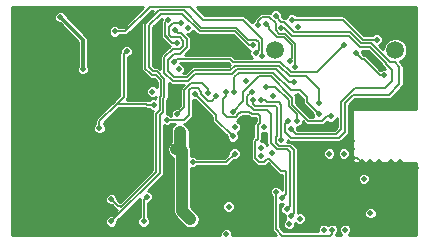
<source format=gbr>
G04 #@! TF.FileFunction,Copper,L4,Bot,Signal*
%FSLAX46Y46*%
G04 Gerber Fmt 4.6, Leading zero omitted, Abs format (unit mm)*
G04 Created by KiCad (PCBNEW 4.0.2-stable) date 2016-06-02 00:43:14*
%MOMM*%
G01*
G04 APERTURE LIST*
%ADD10C,0.100000*%
%ADD11C,1.500000*%
%ADD12C,1.250000*%
%ADD13C,1.550000*%
%ADD14C,0.400000*%
%ADD15C,0.500000*%
%ADD16C,0.150000*%
%ADD17C,0.300000*%
%ADD18C,1.000000*%
%ADD19C,0.254000*%
G04 APERTURE END LIST*
D10*
D11*
X72850000Y-44000000D03*
X62650000Y-44000000D03*
D12*
X45062540Y-52499100D03*
X45062540Y-57499100D03*
D13*
X42362540Y-51499100D03*
X42362540Y-58499100D03*
D14*
X53750000Y-56950000D03*
X53750000Y-55550000D03*
X53750000Y-56250000D03*
D15*
X40900000Y-50000000D03*
X41700000Y-50000000D03*
X42500000Y-50000000D03*
X43400000Y-50000000D03*
X69700000Y-58800000D03*
X70300000Y-59300000D03*
X71100000Y-59400000D03*
X72100000Y-59300000D03*
X73000000Y-59300000D03*
X73900000Y-45000000D03*
X73800000Y-42900000D03*
X72900000Y-42600000D03*
X73700000Y-42100000D03*
X72800000Y-41700000D03*
X72100000Y-40700000D03*
X73000000Y-40700000D03*
X73900000Y-40700000D03*
X74500000Y-41400000D03*
X74500000Y-42200000D03*
X74500000Y-43000000D03*
X74500000Y-43800000D03*
X74500000Y-44600000D03*
X74500000Y-45400000D03*
X74400000Y-46300000D03*
X74100000Y-47100000D03*
X45200000Y-40600000D03*
X46100000Y-40600000D03*
X47200000Y-40600000D03*
X48100000Y-40600000D03*
X49100000Y-40600000D03*
X40600000Y-41600000D03*
X40600000Y-40800000D03*
X69100000Y-50300000D03*
X49800000Y-51500000D03*
X67800000Y-50400000D03*
X67100000Y-50300000D03*
X65200000Y-50400000D03*
X58612500Y-43487500D03*
X56887500Y-45212500D03*
X56887500Y-43487500D03*
X58612500Y-45212500D03*
X62184241Y-53894559D03*
X63300000Y-58100000D03*
X65700000Y-49500000D03*
X64600000Y-47900000D03*
X69300000Y-53100000D03*
X69200000Y-52400000D03*
X69145982Y-51693432D03*
X71000000Y-42250000D03*
X70250000Y-44250000D03*
X58750000Y-55250000D03*
X58750000Y-56250000D03*
X58500000Y-58250000D03*
X58250000Y-59000000D03*
X48750000Y-57500000D03*
X46000000Y-56500000D03*
X44000000Y-56250000D03*
X47050010Y-54750000D03*
X47000000Y-54000000D03*
X60500000Y-54000000D03*
X61750000Y-51250000D03*
X60500000Y-51500000D03*
X57500000Y-52500000D03*
X56750000Y-52500000D03*
X56000000Y-52500000D03*
X55750000Y-50250000D03*
X56500000Y-50250000D03*
X57250000Y-50250000D03*
X53750000Y-48250000D03*
X52275002Y-46750000D03*
X52500000Y-45250000D03*
X50750000Y-40500000D03*
X50000000Y-41000000D03*
X51500000Y-46199998D03*
X50751910Y-45994029D03*
X52100000Y-49600000D03*
X47032844Y-48782844D03*
X46500000Y-50000000D03*
X44500000Y-49500000D03*
X43250000Y-47000000D03*
X42250000Y-41000000D03*
X66162500Y-55162500D03*
X66162500Y-56837500D03*
X67837500Y-56837500D03*
X67837500Y-55162500D03*
X69100000Y-51000000D03*
X69100000Y-49500000D03*
X69500000Y-48750000D03*
X70250000Y-48750000D03*
X71000000Y-48750000D03*
X71750000Y-48750000D03*
X72500000Y-48750000D03*
X73250000Y-48750000D03*
X73250000Y-48000000D03*
X73750000Y-59500000D03*
X74500000Y-59250000D03*
X74500000Y-58500000D03*
X74500000Y-57750000D03*
X74500000Y-57000000D03*
X74500000Y-56250000D03*
X74500000Y-55500000D03*
X74571749Y-53999451D03*
X74250000Y-54750000D03*
X73750000Y-55250000D03*
X73000000Y-55500000D03*
X73000000Y-56250000D03*
X73000000Y-57000000D03*
X73000000Y-57750000D03*
X72250000Y-57750000D03*
X71500000Y-57750000D03*
X70750000Y-53500000D03*
X70000000Y-53500000D03*
X70500000Y-54000000D03*
X71250000Y-54000000D03*
X71500000Y-53500000D03*
X72500000Y-53500000D03*
X72000000Y-54000000D03*
X72750000Y-54000000D03*
X73250000Y-53500000D03*
X55200000Y-57800000D03*
X51800000Y-56400000D03*
X51550010Y-58500000D03*
X54600000Y-50900000D03*
X54300000Y-52400000D03*
X55500000Y-58300000D03*
X60200000Y-46600000D03*
X54500000Y-45600000D03*
X55300000Y-42100000D03*
X62400000Y-52700000D03*
X62500000Y-47900000D03*
X70200000Y-54900000D03*
X64750000Y-58250000D03*
X64600000Y-42000000D03*
X58750000Y-57250000D03*
X58540690Y-59581380D03*
X61500000Y-52974998D03*
X61500000Y-52250000D03*
X61750000Y-50500000D03*
X59250000Y-50500000D03*
X52262985Y-47497308D03*
X66800000Y-59200000D03*
X68600000Y-59200000D03*
X70750000Y-57800002D03*
X67250000Y-52750000D03*
X68500000Y-52750000D03*
X59250000Y-52750000D03*
X55700010Y-53465000D03*
X46400000Y-45600000D03*
X44500000Y-41200000D03*
X53600000Y-41400000D03*
X54410883Y-43410883D03*
X54200000Y-42300000D03*
X66374999Y-48483187D03*
X63200000Y-42100000D03*
X64024990Y-50700000D03*
X62737384Y-41065618D03*
X63800000Y-50000000D03*
X61473867Y-48212870D03*
X64400000Y-45400000D03*
X61200000Y-41900000D03*
X63200011Y-51600000D03*
X62750000Y-56000000D03*
X67500000Y-59200000D03*
X59100000Y-49200000D03*
X67400000Y-49600000D03*
X50100000Y-44074998D03*
X47800000Y-50600000D03*
X52400000Y-48600000D03*
X54400000Y-49400000D03*
X56975010Y-47600000D03*
X53500000Y-49900000D03*
X57700000Y-47900000D03*
X59200000Y-47500000D03*
X66392710Y-49406075D03*
X63861901Y-58726887D03*
X48800000Y-56600000D03*
X61024995Y-44209819D03*
X48800000Y-58500000D03*
X60800000Y-43600000D03*
X64100000Y-41400000D03*
X71300000Y-43100000D03*
X69500000Y-44200000D03*
X71900000Y-46100000D03*
X54700000Y-41700000D03*
X64300000Y-46700000D03*
X68500000Y-43600000D03*
X54100000Y-45000000D03*
X55900000Y-47700000D03*
X59100000Y-51300000D03*
X58500000Y-47500000D03*
X63300000Y-56500000D03*
X60700000Y-47500000D03*
X63650002Y-57450704D03*
X60800000Y-48200000D03*
X64000000Y-58000000D03*
X49100000Y-42400000D03*
X61606630Y-44499995D03*
X63900000Y-44900000D03*
X61900000Y-41800000D03*
X61900000Y-47100000D03*
X64500000Y-50000000D03*
D16*
X41700000Y-50000000D02*
X40900000Y-50000000D01*
X43400000Y-50000000D02*
X42500000Y-50000000D01*
X71100000Y-59400000D02*
X70400000Y-59400000D01*
X70400000Y-59400000D02*
X70300000Y-59300000D01*
X73000000Y-59300000D02*
X72100000Y-59300000D01*
X74000000Y-42900000D02*
X74000000Y-44900000D01*
X74000000Y-44900000D02*
X73900000Y-45000000D01*
X73700000Y-42100000D02*
X73400000Y-42100000D01*
X73400000Y-42100000D02*
X72900000Y-42600000D01*
X72100000Y-40700000D02*
X72100000Y-41000000D01*
X72100000Y-41000000D02*
X72800000Y-41700000D01*
X73900000Y-40700000D02*
X73000000Y-40700000D01*
X74500000Y-42200000D02*
X74500000Y-41400000D01*
X74500000Y-43800000D02*
X74500000Y-43000000D01*
X74500000Y-45400000D02*
X74500000Y-44600000D01*
X74100000Y-47100000D02*
X74100000Y-46600000D01*
X74100000Y-46600000D02*
X74400000Y-46300000D01*
X47200000Y-40600000D02*
X46100000Y-40600000D01*
X49100000Y-40600000D02*
X48100000Y-40600000D01*
X40600000Y-40800000D02*
X40600000Y-41600000D01*
X69100000Y-50300000D02*
X69100000Y-51000000D01*
X69100000Y-49150000D02*
X69100000Y-49500000D01*
X69500000Y-48750000D02*
X69100000Y-49150000D01*
X69300000Y-53100000D02*
X69600000Y-53100000D01*
X69600000Y-53100000D02*
X70000000Y-53500000D01*
X69145982Y-51693432D02*
X69145982Y-52345982D01*
X69145982Y-52345982D02*
X69200000Y-52400000D01*
D17*
X56750000Y-52500000D02*
X57500000Y-52500000D01*
X55750000Y-50250000D02*
X55750000Y-52250000D01*
X55750000Y-52250000D02*
X56000000Y-52500000D01*
X57250000Y-50250000D02*
X56500000Y-50250000D01*
X71000000Y-48750000D02*
X70250000Y-48750000D01*
X72500000Y-48750000D02*
X71750000Y-48750000D01*
X73250000Y-48000000D02*
X73250000Y-48750000D01*
X74500000Y-59250000D02*
X74000000Y-59250000D01*
X74000000Y-59250000D02*
X73750000Y-59500000D01*
X74500000Y-57750000D02*
X74500000Y-58500000D01*
X74500000Y-56250000D02*
X74500000Y-57000000D01*
X74571749Y-53999451D02*
X74571749Y-55428251D01*
X74571749Y-55428251D02*
X74500000Y-55500000D01*
X73750000Y-55250000D02*
X74250000Y-54750000D01*
X73000000Y-56250000D02*
X73000000Y-55500000D01*
X73000000Y-57750000D02*
X73000000Y-57000000D01*
X71500000Y-57750000D02*
X72250000Y-57750000D01*
X70500000Y-54000000D02*
X70000000Y-53500000D01*
X71500000Y-53500000D02*
X71500000Y-53750000D01*
X71500000Y-53750000D02*
X71250000Y-54000000D01*
X72000000Y-54000000D02*
X72500000Y-53500000D01*
X73250000Y-53500000D02*
X72750000Y-54000000D01*
D18*
X54800000Y-57600000D02*
X55200000Y-58000000D01*
X55200000Y-58000000D02*
X55500000Y-58300000D01*
D16*
X51550010Y-58500000D02*
X51550010Y-56649990D01*
X51550010Y-56649990D02*
X51800000Y-56400000D01*
D18*
X54653553Y-52400000D02*
X54653553Y-50953553D01*
X54653553Y-50953553D02*
X54600000Y-50900000D01*
X54800000Y-52546447D02*
X54800000Y-57600000D01*
X54300000Y-52400000D02*
X54653553Y-52400000D01*
X54653553Y-52400000D02*
X54800000Y-52546447D01*
D16*
X55700010Y-53465000D02*
X58535000Y-53465000D01*
X58535000Y-53465000D02*
X59250000Y-52750000D01*
D17*
X44500000Y-41200000D02*
X46400000Y-43100000D01*
X46400000Y-43100000D02*
X46400000Y-45600000D01*
D16*
X53600000Y-41400000D02*
X53350001Y-41649999D01*
X53350001Y-41649999D02*
X53350001Y-42774279D01*
X53350001Y-42774279D02*
X53986605Y-43410883D01*
X53399990Y-42824268D02*
X53986605Y-43410883D01*
X53986605Y-43410883D02*
X54410883Y-43410883D01*
X65300010Y-46200010D02*
X66374999Y-47274999D01*
X66374999Y-47274999D02*
X66374999Y-47325001D01*
X59300000Y-45300000D02*
X63000000Y-45300000D01*
X54200000Y-42300000D02*
X54449999Y-42549999D01*
X54449999Y-42549999D02*
X54677279Y-42549999D01*
X54096998Y-44300000D02*
X53600010Y-44796988D01*
X55200000Y-43749046D02*
X54649046Y-44300000D01*
X54677279Y-42549999D02*
X55200000Y-43072720D01*
X55200000Y-43072720D02*
X55200000Y-43749046D01*
X54649046Y-44300000D02*
X54096998Y-44300000D01*
X55775721Y-45700001D02*
X58900000Y-45700000D01*
X53600010Y-44796988D02*
X53600010Y-45775732D01*
X53600010Y-45775732D02*
X54124278Y-46300000D01*
X54124278Y-46300000D02*
X55175722Y-46300000D01*
X63000000Y-45300000D02*
X63900010Y-46200010D01*
X55175722Y-46300000D02*
X55775721Y-45700001D01*
X58900000Y-45700000D02*
X59300000Y-45300000D01*
X63900010Y-46200010D02*
X65300010Y-46200010D01*
X66374999Y-47325001D02*
X66374999Y-48483187D01*
X63200000Y-42100000D02*
X63472720Y-42100000D01*
X63472720Y-42100000D02*
X64147730Y-42775010D01*
X64147730Y-42775010D02*
X68926455Y-42775011D01*
X68926455Y-42775011D02*
X69851444Y-43700000D01*
X69851444Y-43700000D02*
X70682720Y-43700000D01*
X70682720Y-43700000D02*
X72091360Y-45108640D01*
X72091360Y-45108640D02*
X72091360Y-45191360D01*
X72091360Y-45191360D02*
X72600000Y-45700000D01*
X72600000Y-45700000D02*
X72600000Y-46600000D01*
X72000000Y-47200000D02*
X69475722Y-47200000D01*
X72600000Y-46600000D02*
X72000000Y-47200000D01*
X69475722Y-47200000D02*
X68275001Y-48400721D01*
X68275001Y-48400721D02*
X68275001Y-48500000D01*
X68275001Y-48500000D02*
X68275001Y-50628001D01*
X67803002Y-51100000D02*
X64424990Y-51100000D01*
X64424990Y-51100000D02*
X64024990Y-50700000D01*
X68275001Y-50628001D02*
X67803002Y-51100000D01*
X72400000Y-45000000D02*
X72800000Y-45000000D01*
X72381999Y-44975001D02*
X72381999Y-44981999D01*
X62737384Y-41065618D02*
X63196998Y-41600000D01*
X63396998Y-41600000D02*
X64271999Y-42475001D01*
X63196998Y-41600000D02*
X63396998Y-41600000D01*
X64271999Y-42475001D02*
X69050723Y-42475001D01*
X63549989Y-50949989D02*
X63549989Y-50250011D01*
X69050723Y-42475001D02*
X69975722Y-43400000D01*
X69975722Y-43400000D02*
X70806998Y-43400000D01*
X68600000Y-50900000D02*
X68100000Y-51400000D01*
X70806998Y-43400000D02*
X72381999Y-44975001D01*
X72381999Y-44981999D02*
X72400000Y-45000000D01*
X69300000Y-47800000D02*
X68600000Y-48500000D01*
X72800000Y-45000000D02*
X73200000Y-45400000D01*
X73200000Y-45400000D02*
X73200000Y-46900000D01*
X73200000Y-46900000D02*
X72300000Y-47800000D01*
X72300000Y-47800000D02*
X69300000Y-47800000D01*
X68600000Y-48500000D02*
X68600000Y-50900000D01*
X68100000Y-51400000D02*
X64000000Y-51400000D01*
X64000000Y-51400000D02*
X63549989Y-50949989D01*
X63549989Y-50250011D02*
X63800000Y-50000000D01*
X63200011Y-51600000D02*
X63200011Y-48600011D01*
X63200011Y-48600011D02*
X63000000Y-48400000D01*
X63000000Y-48400000D02*
X62000000Y-48400000D01*
X62000000Y-48400000D02*
X61800000Y-48200000D01*
X61800000Y-48200000D02*
X61787130Y-48212870D01*
X61787130Y-48212870D02*
X61473867Y-48212870D01*
X62724999Y-41724999D02*
X62724999Y-42328001D01*
X62724999Y-42328001D02*
X62996998Y-42600000D01*
X62996998Y-42600000D02*
X63548442Y-42600000D01*
X63548442Y-42600000D02*
X64400000Y-43451558D01*
X64400000Y-43451558D02*
X64400000Y-45400000D01*
X62200000Y-41200000D02*
X62724999Y-41724999D01*
X61546447Y-41200000D02*
X62200000Y-41200000D01*
X61200000Y-41900000D02*
X61200000Y-41546447D01*
X61200000Y-41546447D02*
X61546447Y-41200000D01*
X63300000Y-59700000D02*
X62750000Y-59150000D01*
X62750000Y-59150000D02*
X62750000Y-56750000D01*
X67353553Y-59700000D02*
X63300000Y-59700000D01*
X67500000Y-59200000D02*
X67500000Y-59553553D01*
X67500000Y-59553553D02*
X67353553Y-59700000D01*
X62750000Y-56000000D02*
X62750000Y-56750000D01*
X59100000Y-49200000D02*
X59996998Y-48303002D01*
X59996998Y-48303002D02*
X59996998Y-47500000D01*
X67046447Y-49600000D02*
X67400000Y-49600000D01*
X59996998Y-47500000D02*
X60700000Y-46796998D01*
X60700000Y-46796998D02*
X60703002Y-46796998D01*
X66671446Y-49975001D02*
X67046447Y-49600000D01*
X60703002Y-46796998D02*
X61300000Y-46200000D01*
X64124999Y-48628001D02*
X65471999Y-49975001D01*
X61300000Y-46200000D02*
X62300000Y-46200000D01*
X62300000Y-46200000D02*
X64124999Y-48024999D01*
X64124999Y-48024999D02*
X64124999Y-48628001D01*
X65471999Y-49975001D02*
X66671446Y-49975001D01*
X50100000Y-44074998D02*
X49850001Y-44324997D01*
X49850001Y-44324997D02*
X49850001Y-47949999D01*
X49850001Y-47949999D02*
X49275001Y-48524999D01*
X55000000Y-47375722D02*
X55575722Y-46800000D01*
X55575722Y-46800000D02*
X56528563Y-46800000D01*
X49275001Y-48524999D02*
X47800000Y-50000000D01*
X47800000Y-50000000D02*
X47800000Y-50600000D01*
X52400000Y-48600000D02*
X51803002Y-48600000D01*
X51803002Y-48600000D02*
X51728001Y-48524999D01*
X51728001Y-48524999D02*
X49275001Y-48524999D01*
X55000000Y-47375722D02*
X55000000Y-48800000D01*
X55000000Y-48800000D02*
X54400000Y-49400000D01*
X56975010Y-47600000D02*
X56975010Y-47246447D01*
X56975010Y-47246447D02*
X56528563Y-46800000D01*
X55575001Y-47224999D02*
X55400000Y-47400000D01*
X55000000Y-49900000D02*
X55400000Y-49500000D01*
X55400000Y-49500000D02*
X55400000Y-47400000D01*
X53500000Y-49900000D02*
X55000000Y-49900000D01*
X56400000Y-47500000D02*
X56124999Y-47224999D01*
X56124999Y-47224999D02*
X55575001Y-47224999D01*
X56400000Y-47727992D02*
X56400000Y-47500000D01*
X57300000Y-48300000D02*
X56972008Y-48300000D01*
X56972008Y-48300000D02*
X56400000Y-47727992D01*
X57700000Y-47900000D02*
X57300000Y-48300000D01*
X59200000Y-47500000D02*
X59200000Y-46300000D01*
X59200000Y-46300000D02*
X59600000Y-45900000D01*
X59600000Y-45900000D02*
X62500000Y-45900000D01*
X62500000Y-45900000D02*
X64000000Y-47400000D01*
X64000000Y-47400000D02*
X64800000Y-47400000D01*
X65361636Y-47961636D02*
X65361636Y-48375001D01*
X64800000Y-47400000D02*
X65361636Y-47961636D01*
X65361636Y-48375001D02*
X66392710Y-49406075D01*
X49600000Y-57200000D02*
X49400000Y-57200000D01*
X49400000Y-57200000D02*
X48800000Y-56600000D01*
X49637861Y-57237861D02*
X49600000Y-57200000D01*
X51137861Y-55737861D02*
X49637861Y-57237861D01*
X52600000Y-54275722D02*
X51137861Y-55737861D01*
X52600000Y-53600000D02*
X52600000Y-54275722D01*
X52600000Y-49375722D02*
X52600000Y-53600000D01*
X52900000Y-49075722D02*
X52600000Y-49375722D01*
X52900000Y-47972720D02*
X52900000Y-49075722D01*
X52999990Y-47800000D02*
X52999990Y-47872730D01*
X52999990Y-47872730D02*
X52900000Y-47972720D01*
X52999990Y-46524268D02*
X52999990Y-47800000D01*
X52575732Y-46100010D02*
X52999990Y-46524268D01*
X52222730Y-46100010D02*
X52575732Y-46100010D01*
X52046989Y-45924269D02*
X52222730Y-46100010D01*
X51699990Y-45399990D02*
X51699991Y-45577271D01*
X51699991Y-45577271D02*
X52046989Y-45924269D01*
X51699990Y-41775732D02*
X51699990Y-45399990D01*
X52850732Y-40624990D02*
X51699990Y-41775732D01*
X54952269Y-40624989D02*
X52850732Y-40624990D01*
X56427270Y-42099990D02*
X54952269Y-40624989D01*
X59370715Y-42099990D02*
X56427270Y-42099990D01*
X60400000Y-43100000D02*
X60370725Y-43100000D01*
X60370725Y-43100000D02*
X59370715Y-42099990D01*
X61100000Y-43100000D02*
X60400000Y-43100000D01*
X61275001Y-43275001D02*
X61100000Y-43100000D01*
X61024995Y-44209819D02*
X61275001Y-43959813D01*
X61275001Y-43959813D02*
X61275001Y-43275001D01*
X60800000Y-43600000D02*
X60446447Y-43600000D01*
X52900000Y-54400000D02*
X48800000Y-58500000D01*
X60446447Y-43600000D02*
X59246447Y-42400000D01*
X56303002Y-42400000D02*
X54828001Y-40924999D01*
X52000000Y-41900000D02*
X52000000Y-45453002D01*
X59246447Y-42400000D02*
X56303002Y-42400000D01*
X54828001Y-40924999D02*
X52975001Y-40924999D01*
X52975001Y-40924999D02*
X52000000Y-41900000D01*
X52000000Y-45453002D02*
X52346998Y-45800000D01*
X52346998Y-45800000D02*
X52700000Y-45800000D01*
X52700000Y-45800000D02*
X53300000Y-46400000D01*
X53300000Y-46400000D02*
X53300000Y-47996998D01*
X53300000Y-47996998D02*
X53200000Y-48096998D01*
X53200000Y-48096998D02*
X53200000Y-49200000D01*
X53200000Y-49200000D02*
X52900000Y-49500000D01*
X52900000Y-49500000D02*
X52900000Y-54400000D01*
X68400000Y-41400000D02*
X70100000Y-43100000D01*
X71300000Y-43100000D02*
X70100000Y-43100000D01*
X64800000Y-41400000D02*
X68400000Y-41400000D01*
X64100000Y-41400000D02*
X64800000Y-41400000D01*
X64800000Y-41400000D02*
X64603002Y-41400000D01*
X71900000Y-46100000D02*
X71546447Y-46100000D01*
X70025001Y-44725001D02*
X69749999Y-44449999D01*
X71546447Y-46100000D02*
X70171448Y-44725001D01*
X70171448Y-44725001D02*
X70025001Y-44725001D01*
X69749999Y-44449999D02*
X69500000Y-44200000D01*
X53300000Y-44600000D02*
X54000000Y-43900000D01*
X64300000Y-46700000D02*
X63853553Y-46700000D01*
X54000000Y-43900000D02*
X54624768Y-43900000D01*
X63853553Y-46700000D02*
X62753553Y-45600000D01*
X59424278Y-45600000D02*
X59024268Y-46000010D01*
X62753553Y-45600000D02*
X59424278Y-45600000D01*
X54900000Y-43624768D02*
X54900000Y-43196998D01*
X59024268Y-46000010D02*
X55899990Y-46000010D01*
X55899990Y-46000010D02*
X55300000Y-46600000D01*
X53900000Y-42900000D02*
X53700000Y-42700000D01*
X54000000Y-46600000D02*
X53300000Y-45900000D01*
X54900000Y-43196998D02*
X54603002Y-42900000D01*
X55300000Y-46600000D02*
X54000000Y-46600000D01*
X53300000Y-45900000D02*
X53300000Y-44600000D01*
X54624768Y-43900000D02*
X54900000Y-43624768D01*
X54603002Y-42900000D02*
X53900000Y-42900000D01*
X53700000Y-42700000D02*
X53700000Y-42000000D01*
X53700000Y-42000000D02*
X54000000Y-41700000D01*
X54000000Y-41700000D02*
X54700000Y-41700000D01*
X68500000Y-43600000D02*
X66224999Y-45875001D01*
X66224999Y-45875001D02*
X64018001Y-45875001D01*
X64018001Y-45875001D02*
X63118001Y-44975001D01*
X63118001Y-44975001D02*
X59078003Y-44975001D01*
X59078003Y-44975001D02*
X58840501Y-44737499D01*
X58840501Y-44737499D02*
X54362501Y-44737499D01*
X54362501Y-44737499D02*
X54349999Y-44750001D01*
X54349999Y-44750001D02*
X54100000Y-45000000D01*
X57700000Y-49900000D02*
X57700000Y-49500000D01*
X57700000Y-49500000D02*
X55900000Y-47700000D01*
X59100000Y-51300000D02*
X57700000Y-49900000D01*
X60700000Y-49400000D02*
X60500000Y-49200000D01*
X60975001Y-53153001D02*
X60975001Y-51700000D01*
X61200000Y-50346998D02*
X61200000Y-51475001D01*
X61200000Y-51475001D02*
X60975001Y-51700000D01*
X61400000Y-49600000D02*
X61400000Y-50146998D01*
X61400000Y-50146998D02*
X61200000Y-50346998D01*
X61200000Y-49400000D02*
X61400000Y-49600000D01*
X60700000Y-49400000D02*
X61200000Y-49400000D01*
X59800000Y-49200000D02*
X60500000Y-49200000D01*
X59575001Y-49424999D02*
X59800000Y-49200000D01*
X59328001Y-49675001D02*
X59575001Y-49428001D01*
X59575001Y-49428001D02*
X59575001Y-49424999D01*
X63300000Y-56500000D02*
X63599991Y-56200009D01*
X63599991Y-56200009D02*
X63599991Y-55800009D01*
X58600002Y-49675001D02*
X58225001Y-49300000D01*
X63600000Y-55800000D02*
X63600000Y-54200000D01*
X58500000Y-47853553D02*
X58500000Y-47500000D01*
X63599991Y-55800009D02*
X63600000Y-55800000D01*
X63600000Y-54200000D02*
X63196998Y-54200000D01*
X62199997Y-53202999D02*
X61975001Y-53202999D01*
X63196998Y-54200000D02*
X62199997Y-53202999D01*
X61975001Y-53202999D02*
X61728001Y-53449999D01*
X61271999Y-53449999D02*
X60975001Y-53153001D01*
X61728001Y-53449999D02*
X61271999Y-53449999D01*
X58225001Y-48128552D02*
X58500000Y-47853553D01*
X58225001Y-49300000D02*
X58225001Y-48128552D01*
X59328001Y-49675001D02*
X58600002Y-49675001D01*
X60700000Y-47500000D02*
X60324999Y-47875001D01*
X60324999Y-47875001D02*
X60324999Y-48524999D01*
X60922169Y-49100000D02*
X62000000Y-49100000D01*
X63700000Y-52400000D02*
X63949989Y-52649989D01*
X60324999Y-48524999D02*
X60800000Y-49000000D01*
X60800000Y-49000000D02*
X60822169Y-49000000D01*
X60822169Y-49000000D02*
X60922169Y-49100000D01*
X62000000Y-49100000D02*
X62300000Y-49400000D01*
X62300000Y-51896998D02*
X62803002Y-52400000D01*
X63949989Y-52649989D02*
X63949989Y-57150717D01*
X62300000Y-49400000D02*
X62300000Y-51896998D01*
X62803002Y-52400000D02*
X63700000Y-52400000D01*
X63949989Y-57150717D02*
X63650002Y-57450704D01*
X60800000Y-48200000D02*
X60800000Y-48553553D01*
X64249999Y-57750001D02*
X64000000Y-58000000D01*
X60800000Y-48553553D02*
X60946457Y-48700010D01*
X62800000Y-51225010D02*
X62725010Y-51300000D01*
X60946457Y-48700010D02*
X62700010Y-48700010D01*
X62725010Y-51300000D02*
X62725010Y-51828001D01*
X62700010Y-48700010D02*
X62800000Y-48800000D01*
X62800000Y-48800000D02*
X62800000Y-51225010D01*
X62725010Y-51828001D02*
X62997009Y-52100000D01*
X62997009Y-52100000D02*
X63900000Y-52100000D01*
X63900000Y-52100000D02*
X64249999Y-52449999D01*
X64249999Y-52449999D02*
X64249999Y-57750001D01*
X52100000Y-40300000D02*
X50000000Y-42400000D01*
X50000000Y-42400000D02*
X49100000Y-42400000D01*
X55500000Y-40300000D02*
X52100000Y-40300000D01*
X56600000Y-41400000D02*
X55500000Y-40300000D01*
X59996998Y-41400000D02*
X56600000Y-41400000D01*
X61606630Y-44499995D02*
X61606630Y-43009632D01*
X61606630Y-43009632D02*
X59996998Y-41400000D01*
X61900000Y-47100000D02*
X62700000Y-47100000D01*
X62700000Y-47100000D02*
X63824989Y-48224989D01*
X63824989Y-48224989D02*
X63824989Y-48752269D01*
X63824989Y-48752269D02*
X64500000Y-49427280D01*
X64500000Y-49427280D02*
X64500000Y-50000000D01*
X64100000Y-43575836D02*
X64100000Y-44700000D01*
X64100000Y-44700000D02*
X63900000Y-44900000D01*
X63424164Y-42900000D02*
X64100000Y-43575836D01*
X62872720Y-42900000D02*
X63424164Y-42900000D01*
X62424990Y-42452270D02*
X62872720Y-42900000D01*
X61900000Y-41800000D02*
X62149999Y-42049999D01*
X62149999Y-42049999D02*
X62149999Y-42177279D01*
X62149999Y-42177279D02*
X62424990Y-42452270D01*
D19*
G36*
X74623000Y-48973000D02*
X69400000Y-48973000D01*
X69350590Y-48983006D01*
X69310197Y-49010197D01*
X69210197Y-49110197D01*
X69182334Y-49152211D01*
X69173000Y-49200000D01*
X69173000Y-53300000D01*
X69183006Y-53349410D01*
X69210197Y-53389803D01*
X69310197Y-53489803D01*
X69352211Y-53517666D01*
X69400000Y-53527000D01*
X74623000Y-53527000D01*
X74623000Y-59623000D01*
X68922204Y-59623000D01*
X69046509Y-59498912D01*
X69126909Y-59305287D01*
X69127092Y-59095633D01*
X69047030Y-58901868D01*
X68898912Y-58753491D01*
X68705287Y-58673091D01*
X68495633Y-58672908D01*
X68301868Y-58752970D01*
X68153491Y-58901088D01*
X68073091Y-59094713D01*
X68072908Y-59304367D01*
X68152970Y-59498132D01*
X68277620Y-59623000D01*
X67838186Y-59623000D01*
X67842146Y-59603093D01*
X67946509Y-59498912D01*
X68026909Y-59305287D01*
X68027092Y-59095633D01*
X67947030Y-58901868D01*
X67798912Y-58753491D01*
X67605287Y-58673091D01*
X67395633Y-58672908D01*
X67201868Y-58752970D01*
X67150040Y-58804708D01*
X67098912Y-58753491D01*
X66905287Y-58673091D01*
X66695633Y-58672908D01*
X66501868Y-58752970D01*
X66353491Y-58901088D01*
X66273091Y-59094713D01*
X66272908Y-59304367D01*
X66290937Y-59348000D01*
X63445803Y-59348000D01*
X63102000Y-59004196D01*
X63102000Y-56988411D01*
X63194713Y-57026909D01*
X63328477Y-57027026D01*
X63203493Y-57151792D01*
X63123093Y-57345417D01*
X63122910Y-57555071D01*
X63202972Y-57748836D01*
X63351090Y-57897213D01*
X63473045Y-57947853D01*
X63472908Y-58104367D01*
X63550778Y-58292826D01*
X63415392Y-58427975D01*
X63334992Y-58621600D01*
X63334809Y-58831254D01*
X63414871Y-59025019D01*
X63562989Y-59173396D01*
X63756614Y-59253796D01*
X63966268Y-59253979D01*
X64160033Y-59173917D01*
X64308410Y-59025799D01*
X64388810Y-58832174D01*
X64388983Y-58634295D01*
X64451088Y-58696509D01*
X64644713Y-58776909D01*
X64854367Y-58777092D01*
X65048132Y-58697030D01*
X65196509Y-58548912D01*
X65276909Y-58355287D01*
X65277092Y-58145633D01*
X65197030Y-57951868D01*
X65149614Y-57904369D01*
X70222908Y-57904369D01*
X70302970Y-58098134D01*
X70451088Y-58246511D01*
X70644713Y-58326911D01*
X70854367Y-58327094D01*
X71048132Y-58247032D01*
X71196509Y-58098914D01*
X71276909Y-57905289D01*
X71277092Y-57695635D01*
X71197030Y-57501870D01*
X71048912Y-57353493D01*
X70855287Y-57273093D01*
X70645633Y-57272910D01*
X70451868Y-57352972D01*
X70303491Y-57501090D01*
X70223091Y-57694715D01*
X70222908Y-57904369D01*
X65149614Y-57904369D01*
X65048912Y-57803491D01*
X64855287Y-57723091D01*
X64645633Y-57722908D01*
X64601999Y-57740937D01*
X64601999Y-55004367D01*
X69672908Y-55004367D01*
X69752970Y-55198132D01*
X69901088Y-55346509D01*
X70094713Y-55426909D01*
X70304367Y-55427092D01*
X70498132Y-55347030D01*
X70646509Y-55198912D01*
X70726909Y-55005287D01*
X70727092Y-54795633D01*
X70647030Y-54601868D01*
X70498912Y-54453491D01*
X70305287Y-54373091D01*
X70095633Y-54372908D01*
X69901868Y-54452970D01*
X69753491Y-54601088D01*
X69673091Y-54794713D01*
X69672908Y-55004367D01*
X64601999Y-55004367D01*
X64601999Y-52854367D01*
X66722908Y-52854367D01*
X66802970Y-53048132D01*
X66951088Y-53196509D01*
X67144713Y-53276909D01*
X67354367Y-53277092D01*
X67548132Y-53197030D01*
X67696509Y-53048912D01*
X67776909Y-52855287D01*
X67776909Y-52854367D01*
X67972908Y-52854367D01*
X68052970Y-53048132D01*
X68201088Y-53196509D01*
X68394713Y-53276909D01*
X68604367Y-53277092D01*
X68798132Y-53197030D01*
X68946509Y-53048912D01*
X69026909Y-52855287D01*
X69027092Y-52645633D01*
X68947030Y-52451868D01*
X68798912Y-52303491D01*
X68605287Y-52223091D01*
X68395633Y-52222908D01*
X68201868Y-52302970D01*
X68053491Y-52451088D01*
X67973091Y-52644713D01*
X67972908Y-52854367D01*
X67776909Y-52854367D01*
X67777092Y-52645633D01*
X67697030Y-52451868D01*
X67548912Y-52303491D01*
X67355287Y-52223091D01*
X67145633Y-52222908D01*
X66951868Y-52302970D01*
X66803491Y-52451088D01*
X66723091Y-52644713D01*
X66722908Y-52854367D01*
X64601999Y-52854367D01*
X64601999Y-52449999D01*
X64575205Y-52315294D01*
X64498901Y-52201097D01*
X64498898Y-52201095D01*
X64148902Y-51851098D01*
X64034705Y-51774794D01*
X63900000Y-51747999D01*
X63899995Y-51748000D01*
X63709184Y-51748000D01*
X63726920Y-51705287D01*
X63726990Y-51624793D01*
X63751096Y-51648899D01*
X63751098Y-51648902D01*
X63865295Y-51725206D01*
X63887644Y-51729652D01*
X64000000Y-51752001D01*
X64000005Y-51752000D01*
X68099995Y-51752000D01*
X68100000Y-51752001D01*
X68234705Y-51725206D01*
X68348902Y-51648902D01*
X68848899Y-51148904D01*
X68848902Y-51148902D01*
X68925206Y-51034705D01*
X68929652Y-51012356D01*
X68952001Y-50900000D01*
X68952000Y-50899995D01*
X68952000Y-48645804D01*
X69445803Y-48152000D01*
X72299995Y-48152000D01*
X72300000Y-48152001D01*
X72434705Y-48125206D01*
X72548902Y-48048902D01*
X73448899Y-47148904D01*
X73448902Y-47148902D01*
X73525206Y-47034705D01*
X73552000Y-46900000D01*
X73552000Y-45400000D01*
X73525206Y-45265295D01*
X73448902Y-45151098D01*
X73448899Y-45151096D01*
X73245572Y-44947769D01*
X73430989Y-44871156D01*
X73720140Y-44582508D01*
X73876821Y-44205179D01*
X73877178Y-43796613D01*
X73721156Y-43419011D01*
X73432508Y-43129860D01*
X73055179Y-42973179D01*
X72646613Y-42972822D01*
X72269011Y-43128844D01*
X71979860Y-43417492D01*
X71823179Y-43794821D01*
X71823071Y-43918270D01*
X71494607Y-43589806D01*
X71598132Y-43547030D01*
X71746509Y-43398912D01*
X71826909Y-43205287D01*
X71827092Y-42995633D01*
X71747030Y-42801868D01*
X71598912Y-42653491D01*
X71405287Y-42573091D01*
X71195633Y-42572908D01*
X71001868Y-42652970D01*
X70906672Y-42748000D01*
X70245804Y-42748000D01*
X68648902Y-41151098D01*
X68534705Y-41074794D01*
X68400000Y-41047999D01*
X68399995Y-41048000D01*
X64493256Y-41048000D01*
X64398912Y-40953491D01*
X64205287Y-40873091D01*
X63995633Y-40872908D01*
X63801868Y-40952970D01*
X63653491Y-41101088D01*
X63573091Y-41294713D01*
X63573084Y-41302444D01*
X63531703Y-41274794D01*
X63396998Y-41247999D01*
X63396993Y-41248000D01*
X63358534Y-41248000D01*
X63264321Y-41138461D01*
X63264476Y-40961251D01*
X63184414Y-40767486D01*
X63036296Y-40619109D01*
X62842671Y-40538709D01*
X62633017Y-40538526D01*
X62439252Y-40618588D01*
X62290875Y-40766706D01*
X62252761Y-40858494D01*
X62200000Y-40847999D01*
X62199995Y-40848000D01*
X61546452Y-40848000D01*
X61546447Y-40847999D01*
X61411742Y-40874794D01*
X61297545Y-40951098D01*
X60951098Y-41297545D01*
X60874794Y-41411742D01*
X60857853Y-41496908D01*
X60753491Y-41601088D01*
X60736591Y-41641789D01*
X60245900Y-41151098D01*
X60131703Y-41074794D01*
X59996998Y-41047999D01*
X59996993Y-41048000D01*
X56745804Y-41048000D01*
X56074804Y-40377000D01*
X74623000Y-40377000D01*
X74623000Y-48973000D01*
X74623000Y-48973000D01*
G37*
X74623000Y-48973000D02*
X69400000Y-48973000D01*
X69350590Y-48983006D01*
X69310197Y-49010197D01*
X69210197Y-49110197D01*
X69182334Y-49152211D01*
X69173000Y-49200000D01*
X69173000Y-53300000D01*
X69183006Y-53349410D01*
X69210197Y-53389803D01*
X69310197Y-53489803D01*
X69352211Y-53517666D01*
X69400000Y-53527000D01*
X74623000Y-53527000D01*
X74623000Y-59623000D01*
X68922204Y-59623000D01*
X69046509Y-59498912D01*
X69126909Y-59305287D01*
X69127092Y-59095633D01*
X69047030Y-58901868D01*
X68898912Y-58753491D01*
X68705287Y-58673091D01*
X68495633Y-58672908D01*
X68301868Y-58752970D01*
X68153491Y-58901088D01*
X68073091Y-59094713D01*
X68072908Y-59304367D01*
X68152970Y-59498132D01*
X68277620Y-59623000D01*
X67838186Y-59623000D01*
X67842146Y-59603093D01*
X67946509Y-59498912D01*
X68026909Y-59305287D01*
X68027092Y-59095633D01*
X67947030Y-58901868D01*
X67798912Y-58753491D01*
X67605287Y-58673091D01*
X67395633Y-58672908D01*
X67201868Y-58752970D01*
X67150040Y-58804708D01*
X67098912Y-58753491D01*
X66905287Y-58673091D01*
X66695633Y-58672908D01*
X66501868Y-58752970D01*
X66353491Y-58901088D01*
X66273091Y-59094713D01*
X66272908Y-59304367D01*
X66290937Y-59348000D01*
X63445803Y-59348000D01*
X63102000Y-59004196D01*
X63102000Y-56988411D01*
X63194713Y-57026909D01*
X63328477Y-57027026D01*
X63203493Y-57151792D01*
X63123093Y-57345417D01*
X63122910Y-57555071D01*
X63202972Y-57748836D01*
X63351090Y-57897213D01*
X63473045Y-57947853D01*
X63472908Y-58104367D01*
X63550778Y-58292826D01*
X63415392Y-58427975D01*
X63334992Y-58621600D01*
X63334809Y-58831254D01*
X63414871Y-59025019D01*
X63562989Y-59173396D01*
X63756614Y-59253796D01*
X63966268Y-59253979D01*
X64160033Y-59173917D01*
X64308410Y-59025799D01*
X64388810Y-58832174D01*
X64388983Y-58634295D01*
X64451088Y-58696509D01*
X64644713Y-58776909D01*
X64854367Y-58777092D01*
X65048132Y-58697030D01*
X65196509Y-58548912D01*
X65276909Y-58355287D01*
X65277092Y-58145633D01*
X65197030Y-57951868D01*
X65149614Y-57904369D01*
X70222908Y-57904369D01*
X70302970Y-58098134D01*
X70451088Y-58246511D01*
X70644713Y-58326911D01*
X70854367Y-58327094D01*
X71048132Y-58247032D01*
X71196509Y-58098914D01*
X71276909Y-57905289D01*
X71277092Y-57695635D01*
X71197030Y-57501870D01*
X71048912Y-57353493D01*
X70855287Y-57273093D01*
X70645633Y-57272910D01*
X70451868Y-57352972D01*
X70303491Y-57501090D01*
X70223091Y-57694715D01*
X70222908Y-57904369D01*
X65149614Y-57904369D01*
X65048912Y-57803491D01*
X64855287Y-57723091D01*
X64645633Y-57722908D01*
X64601999Y-57740937D01*
X64601999Y-55004367D01*
X69672908Y-55004367D01*
X69752970Y-55198132D01*
X69901088Y-55346509D01*
X70094713Y-55426909D01*
X70304367Y-55427092D01*
X70498132Y-55347030D01*
X70646509Y-55198912D01*
X70726909Y-55005287D01*
X70727092Y-54795633D01*
X70647030Y-54601868D01*
X70498912Y-54453491D01*
X70305287Y-54373091D01*
X70095633Y-54372908D01*
X69901868Y-54452970D01*
X69753491Y-54601088D01*
X69673091Y-54794713D01*
X69672908Y-55004367D01*
X64601999Y-55004367D01*
X64601999Y-52854367D01*
X66722908Y-52854367D01*
X66802970Y-53048132D01*
X66951088Y-53196509D01*
X67144713Y-53276909D01*
X67354367Y-53277092D01*
X67548132Y-53197030D01*
X67696509Y-53048912D01*
X67776909Y-52855287D01*
X67776909Y-52854367D01*
X67972908Y-52854367D01*
X68052970Y-53048132D01*
X68201088Y-53196509D01*
X68394713Y-53276909D01*
X68604367Y-53277092D01*
X68798132Y-53197030D01*
X68946509Y-53048912D01*
X69026909Y-52855287D01*
X69027092Y-52645633D01*
X68947030Y-52451868D01*
X68798912Y-52303491D01*
X68605287Y-52223091D01*
X68395633Y-52222908D01*
X68201868Y-52302970D01*
X68053491Y-52451088D01*
X67973091Y-52644713D01*
X67972908Y-52854367D01*
X67776909Y-52854367D01*
X67777092Y-52645633D01*
X67697030Y-52451868D01*
X67548912Y-52303491D01*
X67355287Y-52223091D01*
X67145633Y-52222908D01*
X66951868Y-52302970D01*
X66803491Y-52451088D01*
X66723091Y-52644713D01*
X66722908Y-52854367D01*
X64601999Y-52854367D01*
X64601999Y-52449999D01*
X64575205Y-52315294D01*
X64498901Y-52201097D01*
X64498898Y-52201095D01*
X64148902Y-51851098D01*
X64034705Y-51774794D01*
X63900000Y-51747999D01*
X63899995Y-51748000D01*
X63709184Y-51748000D01*
X63726920Y-51705287D01*
X63726990Y-51624793D01*
X63751096Y-51648899D01*
X63751098Y-51648902D01*
X63865295Y-51725206D01*
X63887644Y-51729652D01*
X64000000Y-51752001D01*
X64000005Y-51752000D01*
X68099995Y-51752000D01*
X68100000Y-51752001D01*
X68234705Y-51725206D01*
X68348902Y-51648902D01*
X68848899Y-51148904D01*
X68848902Y-51148902D01*
X68925206Y-51034705D01*
X68929652Y-51012356D01*
X68952001Y-50900000D01*
X68952000Y-50899995D01*
X68952000Y-48645804D01*
X69445803Y-48152000D01*
X72299995Y-48152000D01*
X72300000Y-48152001D01*
X72434705Y-48125206D01*
X72548902Y-48048902D01*
X73448899Y-47148904D01*
X73448902Y-47148902D01*
X73525206Y-47034705D01*
X73552000Y-46900000D01*
X73552000Y-45400000D01*
X73525206Y-45265295D01*
X73448902Y-45151098D01*
X73448899Y-45151096D01*
X73245572Y-44947769D01*
X73430989Y-44871156D01*
X73720140Y-44582508D01*
X73876821Y-44205179D01*
X73877178Y-43796613D01*
X73721156Y-43419011D01*
X73432508Y-43129860D01*
X73055179Y-42973179D01*
X72646613Y-42972822D01*
X72269011Y-43128844D01*
X71979860Y-43417492D01*
X71823179Y-43794821D01*
X71823071Y-43918270D01*
X71494607Y-43589806D01*
X71598132Y-43547030D01*
X71746509Y-43398912D01*
X71826909Y-43205287D01*
X71827092Y-42995633D01*
X71747030Y-42801868D01*
X71598912Y-42653491D01*
X71405287Y-42573091D01*
X71195633Y-42572908D01*
X71001868Y-42652970D01*
X70906672Y-42748000D01*
X70245804Y-42748000D01*
X68648902Y-41151098D01*
X68534705Y-41074794D01*
X68400000Y-41047999D01*
X68399995Y-41048000D01*
X64493256Y-41048000D01*
X64398912Y-40953491D01*
X64205287Y-40873091D01*
X63995633Y-40872908D01*
X63801868Y-40952970D01*
X63653491Y-41101088D01*
X63573091Y-41294713D01*
X63573084Y-41302444D01*
X63531703Y-41274794D01*
X63396998Y-41247999D01*
X63396993Y-41248000D01*
X63358534Y-41248000D01*
X63264321Y-41138461D01*
X63264476Y-40961251D01*
X63184414Y-40767486D01*
X63036296Y-40619109D01*
X62842671Y-40538709D01*
X62633017Y-40538526D01*
X62439252Y-40618588D01*
X62290875Y-40766706D01*
X62252761Y-40858494D01*
X62200000Y-40847999D01*
X62199995Y-40848000D01*
X61546452Y-40848000D01*
X61546447Y-40847999D01*
X61411742Y-40874794D01*
X61297545Y-40951098D01*
X60951098Y-41297545D01*
X60874794Y-41411742D01*
X60857853Y-41496908D01*
X60753491Y-41601088D01*
X60736591Y-41641789D01*
X60245900Y-41151098D01*
X60131703Y-41074794D01*
X59996998Y-41047999D01*
X59996993Y-41048000D01*
X56745804Y-41048000D01*
X56074804Y-40377000D01*
X74623000Y-40377000D01*
X74623000Y-48973000D01*
G36*
X49854196Y-42048000D02*
X49493256Y-42048000D01*
X49398912Y-41953491D01*
X49205287Y-41873091D01*
X48995633Y-41872908D01*
X48801868Y-41952970D01*
X48653491Y-42101088D01*
X48573091Y-42294713D01*
X48572908Y-42504367D01*
X48652970Y-42698132D01*
X48801088Y-42846509D01*
X48994713Y-42926909D01*
X49204367Y-42927092D01*
X49398132Y-42847030D01*
X49493328Y-42752000D01*
X49999995Y-42752000D01*
X50000000Y-42752001D01*
X50134705Y-42725206D01*
X50248902Y-42648902D01*
X52245803Y-40652000D01*
X52325918Y-40652000D01*
X51451088Y-41526830D01*
X51374784Y-41641027D01*
X51347989Y-41775732D01*
X51347990Y-41775737D01*
X51347990Y-45399992D01*
X51347991Y-45577266D01*
X51347990Y-45577271D01*
X51374785Y-45711976D01*
X51374786Y-45711977D01*
X51374786Y-45711978D01*
X51401528Y-45752000D01*
X51451089Y-45826173D01*
X51798085Y-46173168D01*
X51798087Y-46173171D01*
X51973826Y-46348909D01*
X51973828Y-46348912D01*
X52088010Y-46425206D01*
X52088025Y-46425216D01*
X52222730Y-46452010D01*
X52429928Y-46452010D01*
X52647990Y-46670071D01*
X52647990Y-47137043D01*
X52561897Y-47050799D01*
X52368272Y-46970399D01*
X52158618Y-46970216D01*
X51964853Y-47050278D01*
X51816476Y-47198396D01*
X51736076Y-47392021D01*
X51735893Y-47601675D01*
X51815955Y-47795440D01*
X51964073Y-47943817D01*
X52157698Y-48024217D01*
X52367352Y-48024400D01*
X52552975Y-47947702D01*
X52547999Y-47972720D01*
X52548000Y-47972725D01*
X52548000Y-48090827D01*
X52505287Y-48073091D01*
X52295633Y-48072908D01*
X52101868Y-48152970D01*
X52006672Y-48248000D01*
X51934853Y-48248000D01*
X51862706Y-48199793D01*
X51728001Y-48172998D01*
X51727996Y-48172999D01*
X50116210Y-48172999D01*
X50175207Y-48084704D01*
X50184760Y-48036678D01*
X50202002Y-47949999D01*
X50202001Y-47949994D01*
X50202001Y-44602088D01*
X50204367Y-44602090D01*
X50398132Y-44522028D01*
X50546509Y-44373910D01*
X50626909Y-44180285D01*
X50627092Y-43970631D01*
X50547030Y-43776866D01*
X50398912Y-43628489D01*
X50205287Y-43548089D01*
X49995633Y-43547906D01*
X49801868Y-43627968D01*
X49653491Y-43776086D01*
X49573091Y-43969711D01*
X49572961Y-44118206D01*
X49524795Y-44190292D01*
X49498000Y-44324997D01*
X49498001Y-44325002D01*
X49498001Y-47804196D01*
X49026099Y-48276097D01*
X49026097Y-48276100D01*
X47551098Y-49751098D01*
X47474794Y-49865295D01*
X47447999Y-50000000D01*
X47448000Y-50000005D01*
X47448000Y-50206744D01*
X47353491Y-50301088D01*
X47273091Y-50494713D01*
X47272908Y-50704367D01*
X47352970Y-50898132D01*
X47501088Y-51046509D01*
X47694713Y-51126909D01*
X47904367Y-51127092D01*
X48098132Y-51047030D01*
X48246509Y-50898912D01*
X48326909Y-50705287D01*
X48327092Y-50495633D01*
X48247030Y-50301868D01*
X48152000Y-50206672D01*
X48152000Y-50145804D01*
X49420804Y-48876999D01*
X51596150Y-48876999D01*
X51668297Y-48925206D01*
X51803002Y-48952000D01*
X52006744Y-48952000D01*
X52101088Y-49046509D01*
X52294713Y-49126909D01*
X52351006Y-49126958D01*
X52274794Y-49241017D01*
X52247999Y-49375722D01*
X52248000Y-49375727D01*
X52248000Y-54129919D01*
X50888959Y-55488959D01*
X50888957Y-55488962D01*
X49537861Y-56840057D01*
X49326975Y-56629172D01*
X49327092Y-56495633D01*
X49247030Y-56301868D01*
X49098912Y-56153491D01*
X48905287Y-56073091D01*
X48695633Y-56072908D01*
X48501868Y-56152970D01*
X48353491Y-56301088D01*
X48273091Y-56494713D01*
X48272908Y-56704367D01*
X48352970Y-56898132D01*
X48501088Y-57046509D01*
X48694713Y-57126909D01*
X48829223Y-57127026D01*
X49151096Y-57448899D01*
X49151098Y-57448902D01*
X49265295Y-57525206D01*
X49275050Y-57527146D01*
X48829172Y-57973025D01*
X48695633Y-57972908D01*
X48501868Y-58052970D01*
X48353491Y-58201088D01*
X48273091Y-58394713D01*
X48272908Y-58604367D01*
X48352970Y-58798132D01*
X48501088Y-58946509D01*
X48694713Y-59026909D01*
X48904367Y-59027092D01*
X49098132Y-58947030D01*
X49246509Y-58798912D01*
X49326909Y-58605287D01*
X49327026Y-58470778D01*
X51210473Y-56587330D01*
X51198009Y-56649990D01*
X51198010Y-56649995D01*
X51198010Y-58106744D01*
X51103501Y-58201088D01*
X51023101Y-58394713D01*
X51022918Y-58604367D01*
X51102980Y-58798132D01*
X51251098Y-58946509D01*
X51444723Y-59026909D01*
X51654377Y-59027092D01*
X51848142Y-58947030D01*
X51996519Y-58798912D01*
X52076919Y-58605287D01*
X52077102Y-58395633D01*
X51997040Y-58201868D01*
X51902010Y-58106672D01*
X51902010Y-56927090D01*
X51904367Y-56927092D01*
X52098132Y-56847030D01*
X52246509Y-56698912D01*
X52326909Y-56505287D01*
X52327092Y-56295633D01*
X52247030Y-56101868D01*
X52098912Y-55953491D01*
X51919013Y-55878790D01*
X53148899Y-54648904D01*
X53148902Y-54648902D01*
X53225206Y-54534705D01*
X53229652Y-54512356D01*
X53252001Y-54400000D01*
X53252000Y-54399995D01*
X53252000Y-50367649D01*
X53394713Y-50426909D01*
X53604367Y-50427092D01*
X53798132Y-50347030D01*
X53893328Y-50252000D01*
X54198111Y-50252000D01*
X54050578Y-50350578D01*
X53882146Y-50602655D01*
X53823000Y-50900000D01*
X53876553Y-51169227D01*
X53876553Y-51766404D01*
X53750578Y-51850578D01*
X53582146Y-52102655D01*
X53523000Y-52400000D01*
X53582146Y-52697345D01*
X53750578Y-52949422D01*
X54002655Y-53117854D01*
X54023000Y-53121901D01*
X54023000Y-57600000D01*
X54082146Y-57897345D01*
X54250578Y-58149422D01*
X54950578Y-58849422D01*
X55202655Y-59017854D01*
X55500000Y-59077000D01*
X55797345Y-59017854D01*
X56049422Y-58849422D01*
X56217854Y-58597345D01*
X56277000Y-58300000D01*
X56217854Y-58002655D01*
X56049422Y-57750578D01*
X55653211Y-57354367D01*
X58222908Y-57354367D01*
X58302970Y-57548132D01*
X58451088Y-57696509D01*
X58644713Y-57776909D01*
X58854367Y-57777092D01*
X59048132Y-57697030D01*
X59196509Y-57548912D01*
X59276909Y-57355287D01*
X59277092Y-57145633D01*
X59197030Y-56951868D01*
X59048912Y-56803491D01*
X58855287Y-56723091D01*
X58645633Y-56722908D01*
X58451868Y-56802970D01*
X58303491Y-56951088D01*
X58223091Y-57144713D01*
X58222908Y-57354367D01*
X55653211Y-57354367D01*
X55577000Y-57278156D01*
X55577000Y-53984550D01*
X55594723Y-53991909D01*
X55804377Y-53992092D01*
X55998142Y-53912030D01*
X56093338Y-53817000D01*
X58534995Y-53817000D01*
X58535000Y-53817001D01*
X58669705Y-53790206D01*
X58783902Y-53713902D01*
X59220828Y-53276975D01*
X59354367Y-53277092D01*
X59548132Y-53197030D01*
X59696509Y-53048912D01*
X59776909Y-52855287D01*
X59777092Y-52645633D01*
X59697030Y-52451868D01*
X59548912Y-52303491D01*
X59355287Y-52223091D01*
X59145633Y-52222908D01*
X58951868Y-52302970D01*
X58803491Y-52451088D01*
X58723091Y-52644713D01*
X58722974Y-52779223D01*
X58389196Y-53113000D01*
X56093266Y-53113000D01*
X55998922Y-53018491D01*
X55805297Y-52938091D01*
X55595643Y-52937908D01*
X55577000Y-52945611D01*
X55577000Y-52546447D01*
X55517854Y-52249102D01*
X55430553Y-52118446D01*
X55430553Y-50953553D01*
X55371407Y-50656208D01*
X55202975Y-50404131D01*
X55149422Y-50350578D01*
X55001457Y-50251711D01*
X55134705Y-50225206D01*
X55248902Y-50148902D01*
X55648899Y-49748904D01*
X55648902Y-49748902D01*
X55725206Y-49634705D01*
X55752000Y-49500000D01*
X55752000Y-48209173D01*
X55794713Y-48226909D01*
X55929223Y-48227026D01*
X57348000Y-49645803D01*
X57348000Y-49899995D01*
X57347999Y-49900000D01*
X57374794Y-50034705D01*
X57451098Y-50148902D01*
X58573025Y-51270829D01*
X58572908Y-51404367D01*
X58652970Y-51598132D01*
X58801088Y-51746509D01*
X58994713Y-51826909D01*
X59204367Y-51827092D01*
X59398132Y-51747030D01*
X59546509Y-51598912D01*
X59626909Y-51405287D01*
X59627092Y-51195633D01*
X59547030Y-51001868D01*
X59508595Y-50963366D01*
X59548132Y-50947030D01*
X59696509Y-50798912D01*
X59776909Y-50605287D01*
X59777092Y-50395633D01*
X59697030Y-50201868D01*
X59548912Y-50053491D01*
X59434231Y-50005871D01*
X59462706Y-50000207D01*
X59576903Y-49923903D01*
X59823900Y-49676905D01*
X59823903Y-49676903D01*
X59829948Y-49667856D01*
X59945803Y-49552000D01*
X60354197Y-49552000D01*
X60451096Y-49648899D01*
X60451098Y-49648902D01*
X60565295Y-49725206D01*
X60569790Y-49726100D01*
X60700000Y-49752001D01*
X60700005Y-49752000D01*
X61048000Y-49752000D01*
X61048000Y-50001194D01*
X60951098Y-50098096D01*
X60874794Y-50212293D01*
X60847999Y-50346998D01*
X60848000Y-50347003D01*
X60848000Y-51329198D01*
X60726099Y-51451098D01*
X60649795Y-51565295D01*
X60623000Y-51700000D01*
X60623001Y-51700005D01*
X60623001Y-53152996D01*
X60623000Y-53153001D01*
X60649795Y-53287706D01*
X60726099Y-53401903D01*
X61023095Y-53698898D01*
X61023097Y-53698901D01*
X61137294Y-53775205D01*
X61159643Y-53779651D01*
X61271999Y-53802000D01*
X61272004Y-53801999D01*
X61727996Y-53801999D01*
X61728001Y-53802000D01*
X61862706Y-53775205D01*
X61976903Y-53698901D01*
X62087499Y-53588305D01*
X62948094Y-54448899D01*
X62948096Y-54448902D01*
X63062293Y-54525206D01*
X63196998Y-54552000D01*
X63248000Y-54552000D01*
X63248000Y-55799959D01*
X63247990Y-55800009D01*
X63247991Y-55800014D01*
X63247991Y-55825203D01*
X63197030Y-55701868D01*
X63048912Y-55553491D01*
X62855287Y-55473091D01*
X62645633Y-55472908D01*
X62451868Y-55552970D01*
X62303491Y-55701088D01*
X62223091Y-55894713D01*
X62222908Y-56104367D01*
X62302970Y-56298132D01*
X62398000Y-56393328D01*
X62398000Y-59149995D01*
X62397999Y-59150000D01*
X62424794Y-59284705D01*
X62501098Y-59398902D01*
X62725196Y-59623000D01*
X59067655Y-59623000D01*
X59067782Y-59477013D01*
X58987720Y-59283248D01*
X58839602Y-59134871D01*
X58645977Y-59054471D01*
X58436323Y-59054288D01*
X58242558Y-59134350D01*
X58094181Y-59282468D01*
X58013781Y-59476093D01*
X58013653Y-59623000D01*
X40377000Y-59623000D01*
X40377000Y-41304367D01*
X43972908Y-41304367D01*
X44052970Y-41498132D01*
X44201088Y-41646509D01*
X44394713Y-41726909D01*
X44423064Y-41726934D01*
X45973000Y-43276869D01*
X45973000Y-45281613D01*
X45953491Y-45301088D01*
X45873091Y-45494713D01*
X45872908Y-45704367D01*
X45952970Y-45898132D01*
X46101088Y-46046509D01*
X46294713Y-46126909D01*
X46504367Y-46127092D01*
X46698132Y-46047030D01*
X46846509Y-45898912D01*
X46926909Y-45705287D01*
X46927092Y-45495633D01*
X46847030Y-45301868D01*
X46827000Y-45281803D01*
X46827000Y-43100005D01*
X46827001Y-43100000D01*
X46794497Y-42936594D01*
X46776536Y-42909714D01*
X46701935Y-42798065D01*
X46701932Y-42798063D01*
X45027068Y-41123198D01*
X45027092Y-41095633D01*
X44947030Y-40901868D01*
X44798912Y-40753491D01*
X44605287Y-40673091D01*
X44395633Y-40672908D01*
X44201868Y-40752970D01*
X44053491Y-40901088D01*
X43973091Y-41094713D01*
X43972908Y-41304367D01*
X40377000Y-41304367D01*
X40377000Y-40377000D01*
X51525197Y-40377000D01*
X49854196Y-42048000D01*
X49854196Y-42048000D01*
G37*
X49854196Y-42048000D02*
X49493256Y-42048000D01*
X49398912Y-41953491D01*
X49205287Y-41873091D01*
X48995633Y-41872908D01*
X48801868Y-41952970D01*
X48653491Y-42101088D01*
X48573091Y-42294713D01*
X48572908Y-42504367D01*
X48652970Y-42698132D01*
X48801088Y-42846509D01*
X48994713Y-42926909D01*
X49204367Y-42927092D01*
X49398132Y-42847030D01*
X49493328Y-42752000D01*
X49999995Y-42752000D01*
X50000000Y-42752001D01*
X50134705Y-42725206D01*
X50248902Y-42648902D01*
X52245803Y-40652000D01*
X52325918Y-40652000D01*
X51451088Y-41526830D01*
X51374784Y-41641027D01*
X51347989Y-41775732D01*
X51347990Y-41775737D01*
X51347990Y-45399992D01*
X51347991Y-45577266D01*
X51347990Y-45577271D01*
X51374785Y-45711976D01*
X51374786Y-45711977D01*
X51374786Y-45711978D01*
X51401528Y-45752000D01*
X51451089Y-45826173D01*
X51798085Y-46173168D01*
X51798087Y-46173171D01*
X51973826Y-46348909D01*
X51973828Y-46348912D01*
X52088010Y-46425206D01*
X52088025Y-46425216D01*
X52222730Y-46452010D01*
X52429928Y-46452010D01*
X52647990Y-46670071D01*
X52647990Y-47137043D01*
X52561897Y-47050799D01*
X52368272Y-46970399D01*
X52158618Y-46970216D01*
X51964853Y-47050278D01*
X51816476Y-47198396D01*
X51736076Y-47392021D01*
X51735893Y-47601675D01*
X51815955Y-47795440D01*
X51964073Y-47943817D01*
X52157698Y-48024217D01*
X52367352Y-48024400D01*
X52552975Y-47947702D01*
X52547999Y-47972720D01*
X52548000Y-47972725D01*
X52548000Y-48090827D01*
X52505287Y-48073091D01*
X52295633Y-48072908D01*
X52101868Y-48152970D01*
X52006672Y-48248000D01*
X51934853Y-48248000D01*
X51862706Y-48199793D01*
X51728001Y-48172998D01*
X51727996Y-48172999D01*
X50116210Y-48172999D01*
X50175207Y-48084704D01*
X50184760Y-48036678D01*
X50202002Y-47949999D01*
X50202001Y-47949994D01*
X50202001Y-44602088D01*
X50204367Y-44602090D01*
X50398132Y-44522028D01*
X50546509Y-44373910D01*
X50626909Y-44180285D01*
X50627092Y-43970631D01*
X50547030Y-43776866D01*
X50398912Y-43628489D01*
X50205287Y-43548089D01*
X49995633Y-43547906D01*
X49801868Y-43627968D01*
X49653491Y-43776086D01*
X49573091Y-43969711D01*
X49572961Y-44118206D01*
X49524795Y-44190292D01*
X49498000Y-44324997D01*
X49498001Y-44325002D01*
X49498001Y-47804196D01*
X49026099Y-48276097D01*
X49026097Y-48276100D01*
X47551098Y-49751098D01*
X47474794Y-49865295D01*
X47447999Y-50000000D01*
X47448000Y-50000005D01*
X47448000Y-50206744D01*
X47353491Y-50301088D01*
X47273091Y-50494713D01*
X47272908Y-50704367D01*
X47352970Y-50898132D01*
X47501088Y-51046509D01*
X47694713Y-51126909D01*
X47904367Y-51127092D01*
X48098132Y-51047030D01*
X48246509Y-50898912D01*
X48326909Y-50705287D01*
X48327092Y-50495633D01*
X48247030Y-50301868D01*
X48152000Y-50206672D01*
X48152000Y-50145804D01*
X49420804Y-48876999D01*
X51596150Y-48876999D01*
X51668297Y-48925206D01*
X51803002Y-48952000D01*
X52006744Y-48952000D01*
X52101088Y-49046509D01*
X52294713Y-49126909D01*
X52351006Y-49126958D01*
X52274794Y-49241017D01*
X52247999Y-49375722D01*
X52248000Y-49375727D01*
X52248000Y-54129919D01*
X50888959Y-55488959D01*
X50888957Y-55488962D01*
X49537861Y-56840057D01*
X49326975Y-56629172D01*
X49327092Y-56495633D01*
X49247030Y-56301868D01*
X49098912Y-56153491D01*
X48905287Y-56073091D01*
X48695633Y-56072908D01*
X48501868Y-56152970D01*
X48353491Y-56301088D01*
X48273091Y-56494713D01*
X48272908Y-56704367D01*
X48352970Y-56898132D01*
X48501088Y-57046509D01*
X48694713Y-57126909D01*
X48829223Y-57127026D01*
X49151096Y-57448899D01*
X49151098Y-57448902D01*
X49265295Y-57525206D01*
X49275050Y-57527146D01*
X48829172Y-57973025D01*
X48695633Y-57972908D01*
X48501868Y-58052970D01*
X48353491Y-58201088D01*
X48273091Y-58394713D01*
X48272908Y-58604367D01*
X48352970Y-58798132D01*
X48501088Y-58946509D01*
X48694713Y-59026909D01*
X48904367Y-59027092D01*
X49098132Y-58947030D01*
X49246509Y-58798912D01*
X49326909Y-58605287D01*
X49327026Y-58470778D01*
X51210473Y-56587330D01*
X51198009Y-56649990D01*
X51198010Y-56649995D01*
X51198010Y-58106744D01*
X51103501Y-58201088D01*
X51023101Y-58394713D01*
X51022918Y-58604367D01*
X51102980Y-58798132D01*
X51251098Y-58946509D01*
X51444723Y-59026909D01*
X51654377Y-59027092D01*
X51848142Y-58947030D01*
X51996519Y-58798912D01*
X52076919Y-58605287D01*
X52077102Y-58395633D01*
X51997040Y-58201868D01*
X51902010Y-58106672D01*
X51902010Y-56927090D01*
X51904367Y-56927092D01*
X52098132Y-56847030D01*
X52246509Y-56698912D01*
X52326909Y-56505287D01*
X52327092Y-56295633D01*
X52247030Y-56101868D01*
X52098912Y-55953491D01*
X51919013Y-55878790D01*
X53148899Y-54648904D01*
X53148902Y-54648902D01*
X53225206Y-54534705D01*
X53229652Y-54512356D01*
X53252001Y-54400000D01*
X53252000Y-54399995D01*
X53252000Y-50367649D01*
X53394713Y-50426909D01*
X53604367Y-50427092D01*
X53798132Y-50347030D01*
X53893328Y-50252000D01*
X54198111Y-50252000D01*
X54050578Y-50350578D01*
X53882146Y-50602655D01*
X53823000Y-50900000D01*
X53876553Y-51169227D01*
X53876553Y-51766404D01*
X53750578Y-51850578D01*
X53582146Y-52102655D01*
X53523000Y-52400000D01*
X53582146Y-52697345D01*
X53750578Y-52949422D01*
X54002655Y-53117854D01*
X54023000Y-53121901D01*
X54023000Y-57600000D01*
X54082146Y-57897345D01*
X54250578Y-58149422D01*
X54950578Y-58849422D01*
X55202655Y-59017854D01*
X55500000Y-59077000D01*
X55797345Y-59017854D01*
X56049422Y-58849422D01*
X56217854Y-58597345D01*
X56277000Y-58300000D01*
X56217854Y-58002655D01*
X56049422Y-57750578D01*
X55653211Y-57354367D01*
X58222908Y-57354367D01*
X58302970Y-57548132D01*
X58451088Y-57696509D01*
X58644713Y-57776909D01*
X58854367Y-57777092D01*
X59048132Y-57697030D01*
X59196509Y-57548912D01*
X59276909Y-57355287D01*
X59277092Y-57145633D01*
X59197030Y-56951868D01*
X59048912Y-56803491D01*
X58855287Y-56723091D01*
X58645633Y-56722908D01*
X58451868Y-56802970D01*
X58303491Y-56951088D01*
X58223091Y-57144713D01*
X58222908Y-57354367D01*
X55653211Y-57354367D01*
X55577000Y-57278156D01*
X55577000Y-53984550D01*
X55594723Y-53991909D01*
X55804377Y-53992092D01*
X55998142Y-53912030D01*
X56093338Y-53817000D01*
X58534995Y-53817000D01*
X58535000Y-53817001D01*
X58669705Y-53790206D01*
X58783902Y-53713902D01*
X59220828Y-53276975D01*
X59354367Y-53277092D01*
X59548132Y-53197030D01*
X59696509Y-53048912D01*
X59776909Y-52855287D01*
X59777092Y-52645633D01*
X59697030Y-52451868D01*
X59548912Y-52303491D01*
X59355287Y-52223091D01*
X59145633Y-52222908D01*
X58951868Y-52302970D01*
X58803491Y-52451088D01*
X58723091Y-52644713D01*
X58722974Y-52779223D01*
X58389196Y-53113000D01*
X56093266Y-53113000D01*
X55998922Y-53018491D01*
X55805297Y-52938091D01*
X55595643Y-52937908D01*
X55577000Y-52945611D01*
X55577000Y-52546447D01*
X55517854Y-52249102D01*
X55430553Y-52118446D01*
X55430553Y-50953553D01*
X55371407Y-50656208D01*
X55202975Y-50404131D01*
X55149422Y-50350578D01*
X55001457Y-50251711D01*
X55134705Y-50225206D01*
X55248902Y-50148902D01*
X55648899Y-49748904D01*
X55648902Y-49748902D01*
X55725206Y-49634705D01*
X55752000Y-49500000D01*
X55752000Y-48209173D01*
X55794713Y-48226909D01*
X55929223Y-48227026D01*
X57348000Y-49645803D01*
X57348000Y-49899995D01*
X57347999Y-49900000D01*
X57374794Y-50034705D01*
X57451098Y-50148902D01*
X58573025Y-51270829D01*
X58572908Y-51404367D01*
X58652970Y-51598132D01*
X58801088Y-51746509D01*
X58994713Y-51826909D01*
X59204367Y-51827092D01*
X59398132Y-51747030D01*
X59546509Y-51598912D01*
X59626909Y-51405287D01*
X59627092Y-51195633D01*
X59547030Y-51001868D01*
X59508595Y-50963366D01*
X59548132Y-50947030D01*
X59696509Y-50798912D01*
X59776909Y-50605287D01*
X59777092Y-50395633D01*
X59697030Y-50201868D01*
X59548912Y-50053491D01*
X59434231Y-50005871D01*
X59462706Y-50000207D01*
X59576903Y-49923903D01*
X59823900Y-49676905D01*
X59823903Y-49676903D01*
X59829948Y-49667856D01*
X59945803Y-49552000D01*
X60354197Y-49552000D01*
X60451096Y-49648899D01*
X60451098Y-49648902D01*
X60565295Y-49725206D01*
X60569790Y-49726100D01*
X60700000Y-49752001D01*
X60700005Y-49752000D01*
X61048000Y-49752000D01*
X61048000Y-50001194D01*
X60951098Y-50098096D01*
X60874794Y-50212293D01*
X60847999Y-50346998D01*
X60848000Y-50347003D01*
X60848000Y-51329198D01*
X60726099Y-51451098D01*
X60649795Y-51565295D01*
X60623000Y-51700000D01*
X60623001Y-51700005D01*
X60623001Y-53152996D01*
X60623000Y-53153001D01*
X60649795Y-53287706D01*
X60726099Y-53401903D01*
X61023095Y-53698898D01*
X61023097Y-53698901D01*
X61137294Y-53775205D01*
X61159643Y-53779651D01*
X61271999Y-53802000D01*
X61272004Y-53801999D01*
X61727996Y-53801999D01*
X61728001Y-53802000D01*
X61862706Y-53775205D01*
X61976903Y-53698901D01*
X62087499Y-53588305D01*
X62948094Y-54448899D01*
X62948096Y-54448902D01*
X63062293Y-54525206D01*
X63196998Y-54552000D01*
X63248000Y-54552000D01*
X63248000Y-55799959D01*
X63247990Y-55800009D01*
X63247991Y-55800014D01*
X63247991Y-55825203D01*
X63197030Y-55701868D01*
X63048912Y-55553491D01*
X62855287Y-55473091D01*
X62645633Y-55472908D01*
X62451868Y-55552970D01*
X62303491Y-55701088D01*
X62223091Y-55894713D01*
X62222908Y-56104367D01*
X62302970Y-56298132D01*
X62398000Y-56393328D01*
X62398000Y-59149995D01*
X62397999Y-59150000D01*
X62424794Y-59284705D01*
X62501098Y-59398902D01*
X62725196Y-59623000D01*
X59067655Y-59623000D01*
X59067782Y-59477013D01*
X58987720Y-59283248D01*
X58839602Y-59134871D01*
X58645977Y-59054471D01*
X58436323Y-59054288D01*
X58242558Y-59134350D01*
X58094181Y-59282468D01*
X58013781Y-59476093D01*
X58013653Y-59623000D01*
X40377000Y-59623000D01*
X40377000Y-41304367D01*
X43972908Y-41304367D01*
X44052970Y-41498132D01*
X44201088Y-41646509D01*
X44394713Y-41726909D01*
X44423064Y-41726934D01*
X45973000Y-43276869D01*
X45973000Y-45281613D01*
X45953491Y-45301088D01*
X45873091Y-45494713D01*
X45872908Y-45704367D01*
X45952970Y-45898132D01*
X46101088Y-46046509D01*
X46294713Y-46126909D01*
X46504367Y-46127092D01*
X46698132Y-46047030D01*
X46846509Y-45898912D01*
X46926909Y-45705287D01*
X46927092Y-45495633D01*
X46847030Y-45301868D01*
X46827000Y-45281803D01*
X46827000Y-43100005D01*
X46827001Y-43100000D01*
X46794497Y-42936594D01*
X46776536Y-42909714D01*
X46701935Y-42798065D01*
X46701932Y-42798063D01*
X45027068Y-41123198D01*
X45027092Y-41095633D01*
X44947030Y-40901868D01*
X44798912Y-40753491D01*
X44605287Y-40673091D01*
X44395633Y-40672908D01*
X44201868Y-40752970D01*
X44053491Y-40901088D01*
X43973091Y-41094713D01*
X43972908Y-41304367D01*
X40377000Y-41304367D01*
X40377000Y-40377000D01*
X51525197Y-40377000D01*
X49854196Y-42048000D01*
G36*
X61948000Y-51896993D02*
X61947999Y-51896998D01*
X61969945Y-52007327D01*
X61947030Y-51951868D01*
X61798912Y-51803491D01*
X61605287Y-51723091D01*
X61449535Y-51722955D01*
X61525206Y-51609706D01*
X61531710Y-51577010D01*
X61552001Y-51475001D01*
X61552000Y-51474996D01*
X61552000Y-50988411D01*
X61644713Y-51026909D01*
X61854367Y-51027092D01*
X61948000Y-50988404D01*
X61948000Y-51896993D01*
X61948000Y-51896993D01*
G37*
X61948000Y-51896993D02*
X61947999Y-51896998D01*
X61969945Y-52007327D01*
X61947030Y-51951868D01*
X61798912Y-51803491D01*
X61605287Y-51723091D01*
X61449535Y-51722955D01*
X61525206Y-51609706D01*
X61531710Y-51577010D01*
X61552001Y-51475001D01*
X61552000Y-51474996D01*
X61552000Y-50988411D01*
X61644713Y-51026909D01*
X61854367Y-51027092D01*
X61948000Y-50988404D01*
X61948000Y-51896993D01*
G36*
X67923001Y-50482198D02*
X67657198Y-50748000D01*
X64570793Y-50748000D01*
X64551965Y-50729172D01*
X64552082Y-50595633D01*
X64523732Y-50527022D01*
X64604367Y-50527092D01*
X64798132Y-50447030D01*
X64946509Y-50298912D01*
X65026909Y-50105287D01*
X65026977Y-50027782D01*
X65223095Y-50223900D01*
X65223097Y-50223903D01*
X65337294Y-50300207D01*
X65345645Y-50301868D01*
X65471999Y-50327002D01*
X65472004Y-50327001D01*
X66671441Y-50327001D01*
X66671446Y-50327002D01*
X66806151Y-50300207D01*
X66920348Y-50223903D01*
X67099416Y-50044834D01*
X67101088Y-50046509D01*
X67294713Y-50126909D01*
X67504367Y-50127092D01*
X67698132Y-50047030D01*
X67846509Y-49898912D01*
X67923001Y-49714699D01*
X67923001Y-50482198D01*
X67923001Y-50482198D01*
G37*
X67923001Y-50482198D02*
X67657198Y-50748000D01*
X64570793Y-50748000D01*
X64551965Y-50729172D01*
X64552082Y-50595633D01*
X64523732Y-50527022D01*
X64604367Y-50527092D01*
X64798132Y-50447030D01*
X64946509Y-50298912D01*
X65026909Y-50105287D01*
X65026977Y-50027782D01*
X65223095Y-50223900D01*
X65223097Y-50223903D01*
X65337294Y-50300207D01*
X65345645Y-50301868D01*
X65471999Y-50327002D01*
X65472004Y-50327001D01*
X66671441Y-50327001D01*
X66671446Y-50327002D01*
X66806151Y-50300207D01*
X66920348Y-50223903D01*
X67099416Y-50044834D01*
X67101088Y-50046509D01*
X67294713Y-50126909D01*
X67504367Y-50127092D01*
X67698132Y-50047030D01*
X67846509Y-49898912D01*
X67923001Y-49714699D01*
X67923001Y-50482198D01*
G36*
X65009636Y-48107439D02*
X65009636Y-48374996D01*
X65009635Y-48375001D01*
X65036430Y-48509706D01*
X65112734Y-48623903D01*
X65865735Y-49376903D01*
X65865618Y-49510442D01*
X65912126Y-49623001D01*
X65617802Y-49623001D01*
X64476999Y-48482197D01*
X64476999Y-48024999D01*
X64450205Y-47890294D01*
X64373901Y-47776097D01*
X64373898Y-47776095D01*
X64349803Y-47752000D01*
X64654196Y-47752000D01*
X65009636Y-48107439D01*
X65009636Y-48107439D01*
G37*
X65009636Y-48107439D02*
X65009636Y-48374996D01*
X65009635Y-48375001D01*
X65036430Y-48509706D01*
X65112734Y-48623903D01*
X65865735Y-49376903D01*
X65865618Y-49510442D01*
X65912126Y-49623001D01*
X65617802Y-49623001D01*
X64476999Y-48482197D01*
X64476999Y-48024999D01*
X64450205Y-47890294D01*
X64373901Y-47776097D01*
X64373898Y-47776095D01*
X64349803Y-47752000D01*
X64654196Y-47752000D01*
X65009636Y-48107439D01*
G36*
X53751096Y-46848899D02*
X53751098Y-46848902D01*
X53865295Y-46925206D01*
X54000000Y-46952000D01*
X54925918Y-46952000D01*
X54751098Y-47126820D01*
X54674794Y-47241017D01*
X54647999Y-47375722D01*
X54648000Y-47375727D01*
X54648000Y-48654197D01*
X54429172Y-48873025D01*
X54295633Y-48872908D01*
X54101868Y-48952970D01*
X53953491Y-49101088D01*
X53873091Y-49294713D01*
X53872908Y-49504367D01*
X53889299Y-49544036D01*
X53798912Y-49453491D01*
X53605287Y-49373091D01*
X53499619Y-49372999D01*
X53525206Y-49334705D01*
X53552001Y-49200000D01*
X53552000Y-49199995D01*
X53552000Y-48241264D01*
X53625206Y-48131703D01*
X53652000Y-47996998D01*
X53652000Y-46749803D01*
X53751096Y-46848899D01*
X53751096Y-46848899D01*
G37*
X53751096Y-46848899D02*
X53751098Y-46848902D01*
X53865295Y-46925206D01*
X54000000Y-46952000D01*
X54925918Y-46952000D01*
X54751098Y-47126820D01*
X54674794Y-47241017D01*
X54647999Y-47375722D01*
X54648000Y-47375727D01*
X54648000Y-48654197D01*
X54429172Y-48873025D01*
X54295633Y-48872908D01*
X54101868Y-48952970D01*
X53953491Y-49101088D01*
X53873091Y-49294713D01*
X53872908Y-49504367D01*
X53889299Y-49544036D01*
X53798912Y-49453491D01*
X53605287Y-49373091D01*
X53499619Y-49372999D01*
X53525206Y-49334705D01*
X53552001Y-49200000D01*
X53552000Y-49199995D01*
X53552000Y-48241264D01*
X53625206Y-48131703D01*
X53652000Y-47996998D01*
X53652000Y-46749803D01*
X53751096Y-46848899D01*
G36*
X58829099Y-45223900D02*
X58829101Y-45223903D01*
X58858590Y-45243607D01*
X58754196Y-45348000D01*
X55775726Y-45348001D01*
X55775721Y-45348000D01*
X55663365Y-45370349D01*
X55641016Y-45374795D01*
X55526819Y-45451099D01*
X55526817Y-45451102D01*
X55029918Y-45948000D01*
X54897335Y-45948000D01*
X54946509Y-45898912D01*
X55026909Y-45705287D01*
X55027092Y-45495633D01*
X54947030Y-45301868D01*
X54798912Y-45153491D01*
X54644802Y-45089499D01*
X58694697Y-45089499D01*
X58829099Y-45223900D01*
X58829099Y-45223900D01*
G37*
X58829099Y-45223900D02*
X58829101Y-45223903D01*
X58858590Y-45243607D01*
X58754196Y-45348000D01*
X55775726Y-45348001D01*
X55775721Y-45348000D01*
X55663365Y-45370349D01*
X55641016Y-45374795D01*
X55526819Y-45451099D01*
X55526817Y-45451102D01*
X55029918Y-45948000D01*
X54897335Y-45948000D01*
X54946509Y-45898912D01*
X55026909Y-45705287D01*
X55027092Y-45495633D01*
X54947030Y-45301868D01*
X54798912Y-45153491D01*
X54644802Y-45089499D01*
X58694697Y-45089499D01*
X58829099Y-45223900D01*
G36*
X71755023Y-45270106D02*
X71766154Y-45326065D01*
X71842458Y-45440262D01*
X71975261Y-45573065D01*
X71795633Y-45572908D01*
X71601868Y-45652970D01*
X71599542Y-45655292D01*
X70420350Y-44476099D01*
X70306153Y-44399795D01*
X70171448Y-44373000D01*
X70171443Y-44373001D01*
X70170804Y-44373001D01*
X70026975Y-44229172D01*
X70027092Y-44095633D01*
X70009063Y-44052000D01*
X70536916Y-44052000D01*
X71755023Y-45270106D01*
X71755023Y-45270106D01*
G37*
X71755023Y-45270106D02*
X71766154Y-45326065D01*
X71842458Y-45440262D01*
X71975261Y-45573065D01*
X71795633Y-45572908D01*
X71601868Y-45652970D01*
X71599542Y-45655292D01*
X70420350Y-44476099D01*
X70306153Y-44399795D01*
X70171448Y-44373000D01*
X70171443Y-44373001D01*
X70170804Y-44373001D01*
X70026975Y-44229172D01*
X70027092Y-44095633D01*
X70009063Y-44052000D01*
X70536916Y-44052000D01*
X71755023Y-45270106D01*
G36*
X53072961Y-41443208D02*
X53024795Y-41515294D01*
X52998000Y-41649999D01*
X52998001Y-41650004D01*
X52998001Y-42774274D01*
X52998000Y-42774279D01*
X53024795Y-42908984D01*
X53101099Y-43023181D01*
X53737703Y-43659785D01*
X53740526Y-43661671D01*
X53051098Y-44351098D01*
X52974794Y-44465295D01*
X52947999Y-44600000D01*
X52948000Y-44600005D01*
X52948000Y-45550495D01*
X52834705Y-45474794D01*
X52700000Y-45447999D01*
X52699995Y-45448000D01*
X52492801Y-45448000D01*
X52352000Y-45307198D01*
X52352000Y-42045804D01*
X53073065Y-41324738D01*
X53072961Y-41443208D01*
X53072961Y-41443208D01*
G37*
X53072961Y-41443208D02*
X53024795Y-41515294D01*
X52998000Y-41649999D01*
X52998001Y-41650004D01*
X52998001Y-42774274D01*
X52998000Y-42774279D01*
X53024795Y-42908984D01*
X53101099Y-43023181D01*
X53737703Y-43659785D01*
X53740526Y-43661671D01*
X53051098Y-44351098D01*
X52974794Y-44465295D01*
X52947999Y-44600000D01*
X52948000Y-44600005D01*
X52948000Y-45550495D01*
X52834705Y-45474794D01*
X52700000Y-45447999D01*
X52699995Y-45448000D01*
X52492801Y-45448000D01*
X52352000Y-45307198D01*
X52352000Y-42045804D01*
X53073065Y-41324738D01*
X53072961Y-41443208D01*
G36*
X56054098Y-42648899D02*
X56054100Y-42648902D01*
X56168297Y-42725206D01*
X56303002Y-42752000D01*
X59100643Y-42752000D01*
X60197543Y-43848899D01*
X60197545Y-43848902D01*
X60311742Y-43925206D01*
X60396907Y-43942146D01*
X60501088Y-44046509D01*
X60519077Y-44053979D01*
X60498086Y-44104532D01*
X60497903Y-44314186D01*
X60577965Y-44507951D01*
X60692814Y-44623001D01*
X59223806Y-44623001D01*
X59089403Y-44488597D01*
X58975206Y-44412293D01*
X58840501Y-44385498D01*
X58840496Y-44385499D01*
X55061351Y-44385499D01*
X55448899Y-43997950D01*
X55448902Y-43997948D01*
X55525206Y-43883751D01*
X55532138Y-43848901D01*
X55552001Y-43749046D01*
X55552000Y-43749041D01*
X55552000Y-43072720D01*
X55525206Y-42938015D01*
X55448902Y-42823818D01*
X55448899Y-42823816D01*
X55252042Y-42626959D01*
X55404367Y-42627092D01*
X55598132Y-42547030D01*
X55746509Y-42398912D01*
X55763410Y-42358211D01*
X56054098Y-42648899D01*
X56054098Y-42648899D01*
G37*
X56054098Y-42648899D02*
X56054100Y-42648902D01*
X56168297Y-42725206D01*
X56303002Y-42752000D01*
X59100643Y-42752000D01*
X60197543Y-43848899D01*
X60197545Y-43848902D01*
X60311742Y-43925206D01*
X60396907Y-43942146D01*
X60501088Y-44046509D01*
X60519077Y-44053979D01*
X60498086Y-44104532D01*
X60497903Y-44314186D01*
X60577965Y-44507951D01*
X60692814Y-44623001D01*
X59223806Y-44623001D01*
X59089403Y-44488597D01*
X58975206Y-44412293D01*
X58840501Y-44385498D01*
X58840496Y-44385499D01*
X55061351Y-44385499D01*
X55448899Y-43997950D01*
X55448902Y-43997948D01*
X55525206Y-43883751D01*
X55532138Y-43848901D01*
X55552001Y-43749046D01*
X55552000Y-43749041D01*
X55552000Y-43072720D01*
X55525206Y-42938015D01*
X55448902Y-42823818D01*
X55448899Y-42823816D01*
X55252042Y-42626959D01*
X55404367Y-42627092D01*
X55598132Y-42547030D01*
X55746509Y-42398912D01*
X55763410Y-42358211D01*
X56054098Y-42648899D01*
M02*

</source>
